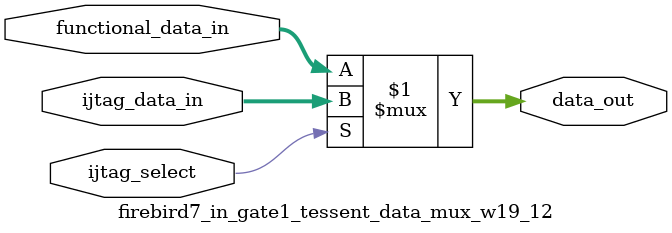
<source format=sv>

module firebird7_in_gate1_tessent_data_mux_w19_12 (
  input wire ijtag_select,
  input wire [18:0]  functional_data_in,
  input wire [18:0]  ijtag_data_in,
  output wire [18:0] data_out
);
assign data_out = (ijtag_select) ? ijtag_data_in : functional_data_in;
endmodule

</source>
